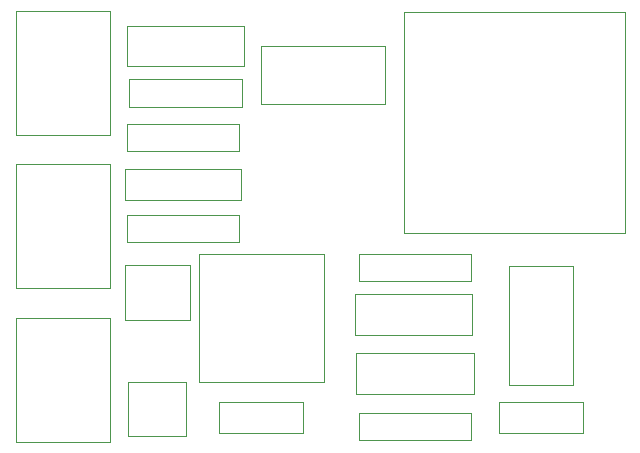
<source format=gbr>
%TF.GenerationSoftware,KiCad,Pcbnew,no-vcs-found-e2d3fce~60~ubuntu14.04.1*%
%TF.CreationDate,2017-09-22T19:55:35-03:00*%
%TF.ProjectId,RFIDZapper,524649445A61707065722E6B69636164,rev?*%
%TF.SameCoordinates,Original*%
%TF.FileFunction,Other,User*%
%FSLAX46Y46*%
G04 Gerber Fmt 4.6, Leading zero omitted, Abs format (unit mm)*
G04 Created by KiCad (PCBNEW no-vcs-found-e2d3fce~60~ubuntu14.04.1) date Fri Sep 22 19:55:35 2017*
%MOMM*%
%LPD*%
G01*
G04 APERTURE LIST*
%ADD10C,0.050000*%
G04 APERTURE END LIST*
D10*
%TO.C,D3*%
X79044000Y-114606000D02*
X79044000Y-118006000D01*
X79044000Y-118006000D02*
X88994000Y-118006000D01*
X88994000Y-118006000D02*
X88994000Y-114606000D01*
X88994000Y-114606000D02*
X79044000Y-114606000D01*
%TO.C,Q1*%
X84394000Y-139566000D02*
X78934000Y-139566000D01*
X84394000Y-139566000D02*
X84394000Y-134826000D01*
X78934000Y-134826000D02*
X78934000Y-139566000D01*
X78934000Y-134826000D02*
X84394000Y-134826000D01*
%TO.C,R8*%
X88794000Y-119156000D02*
X79244000Y-119156000D01*
X88794000Y-121456000D02*
X88794000Y-119156000D01*
X79244000Y-121456000D02*
X88794000Y-121456000D01*
X79244000Y-119156000D02*
X79244000Y-121456000D01*
%TO.C,R3*%
X108244000Y-147406000D02*
X98694000Y-147406000D01*
X108244000Y-149706000D02*
X108244000Y-147406000D01*
X98694000Y-149706000D02*
X108244000Y-149706000D01*
X98694000Y-147406000D02*
X98694000Y-149706000D01*
%TO.C,Q2*%
X100934000Y-116306000D02*
X90434000Y-116306000D01*
X100934000Y-121216000D02*
X100934000Y-116306000D01*
X90434000Y-121216000D02*
X100934000Y-121216000D01*
X90434000Y-116306000D02*
X90434000Y-121216000D01*
%TO.C,BT1*%
X69644000Y-149846000D02*
X69644000Y-139346000D01*
X69644000Y-149846000D02*
X77644000Y-149846000D01*
X77644000Y-139346000D02*
X69644000Y-139346000D01*
X77644000Y-139346000D02*
X77644000Y-149846000D01*
%TO.C,C1*%
X110594000Y-149106000D02*
X117694000Y-149106000D01*
X110594000Y-146506000D02*
X110594000Y-149106000D01*
X117694000Y-146506000D02*
X110594000Y-146506000D01*
X117694000Y-149106000D02*
X117694000Y-146506000D01*
%TO.C,C2*%
X93944000Y-149106000D02*
X93944000Y-146506000D01*
X93944000Y-146506000D02*
X86844000Y-146506000D01*
X86844000Y-146506000D02*
X86844000Y-149106000D01*
X86844000Y-149106000D02*
X93944000Y-149106000D01*
%TO.C,C3*%
X121244000Y-132156000D02*
X121244000Y-113456000D01*
X102544000Y-132156000D02*
X121244000Y-132156000D01*
X102544000Y-113456000D02*
X102544000Y-132156000D01*
X121244000Y-113456000D02*
X102544000Y-113456000D01*
%TO.C,DL1*%
X79194000Y-149306000D02*
X84044000Y-149306000D01*
X79194000Y-144806000D02*
X79194000Y-149306000D01*
X84044000Y-144806000D02*
X79194000Y-144806000D01*
X84044000Y-149306000D02*
X84044000Y-144806000D01*
%TO.C,R1*%
X108244000Y-133906000D02*
X98694000Y-133906000D01*
X108244000Y-136206000D02*
X108244000Y-133906000D01*
X98694000Y-136206000D02*
X108244000Y-136206000D01*
X98694000Y-133906000D02*
X98694000Y-136206000D01*
%TO.C,R2*%
X116844000Y-145056000D02*
X116844000Y-134956000D01*
X111444000Y-145056000D02*
X116844000Y-145056000D01*
X111444000Y-134956000D02*
X111444000Y-145056000D01*
X116844000Y-134956000D02*
X111444000Y-134956000D01*
%TO.C,R6*%
X88594000Y-132956000D02*
X88594000Y-130656000D01*
X88594000Y-130656000D02*
X79044000Y-130656000D01*
X79044000Y-130656000D02*
X79044000Y-132956000D01*
X79044000Y-132956000D02*
X88594000Y-132956000D01*
%TO.C,R9*%
X79044000Y-125206000D02*
X88594000Y-125206000D01*
X79044000Y-122906000D02*
X79044000Y-125206000D01*
X88594000Y-122906000D02*
X79044000Y-122906000D01*
X88594000Y-125206000D02*
X88594000Y-122906000D01*
%TO.C,SW_SPST1*%
X77644000Y-126346000D02*
X77644000Y-136846000D01*
X77644000Y-126346000D02*
X69644000Y-126346000D01*
X69644000Y-136846000D02*
X77644000Y-136846000D01*
X69644000Y-136846000D02*
X69644000Y-126346000D01*
%TO.C,SW_SPST3*%
X69644000Y-123846000D02*
X69644000Y-113346000D01*
X69644000Y-123846000D02*
X77644000Y-123846000D01*
X77644000Y-113346000D02*
X69644000Y-113346000D01*
X77644000Y-113346000D02*
X77644000Y-123846000D01*
%TO.C,U1*%
X95744000Y-133956000D02*
X85144000Y-133956000D01*
X95744000Y-144756000D02*
X95744000Y-133956000D01*
X85144000Y-144756000D02*
X95744000Y-144756000D01*
X85144000Y-133956000D02*
X85144000Y-144756000D01*
%TO.C,D1*%
X98344000Y-140756000D02*
X108294000Y-140756000D01*
X98344000Y-137356000D02*
X98344000Y-140756000D01*
X108294000Y-137356000D02*
X98344000Y-137356000D01*
X108294000Y-140756000D02*
X108294000Y-137356000D01*
%TO.C,D2*%
X108444000Y-142356000D02*
X98494000Y-142356000D01*
X108444000Y-145756000D02*
X108444000Y-142356000D01*
X98494000Y-145756000D02*
X108444000Y-145756000D01*
X98494000Y-142356000D02*
X98494000Y-145756000D01*
%TO.C,DZ1*%
X78944000Y-129406000D02*
X88694000Y-129406000D01*
X78944000Y-126706000D02*
X78944000Y-129406000D01*
X88694000Y-126706000D02*
X78944000Y-126706000D01*
X88694000Y-129406000D02*
X88694000Y-126706000D01*
%TD*%
M02*

</source>
